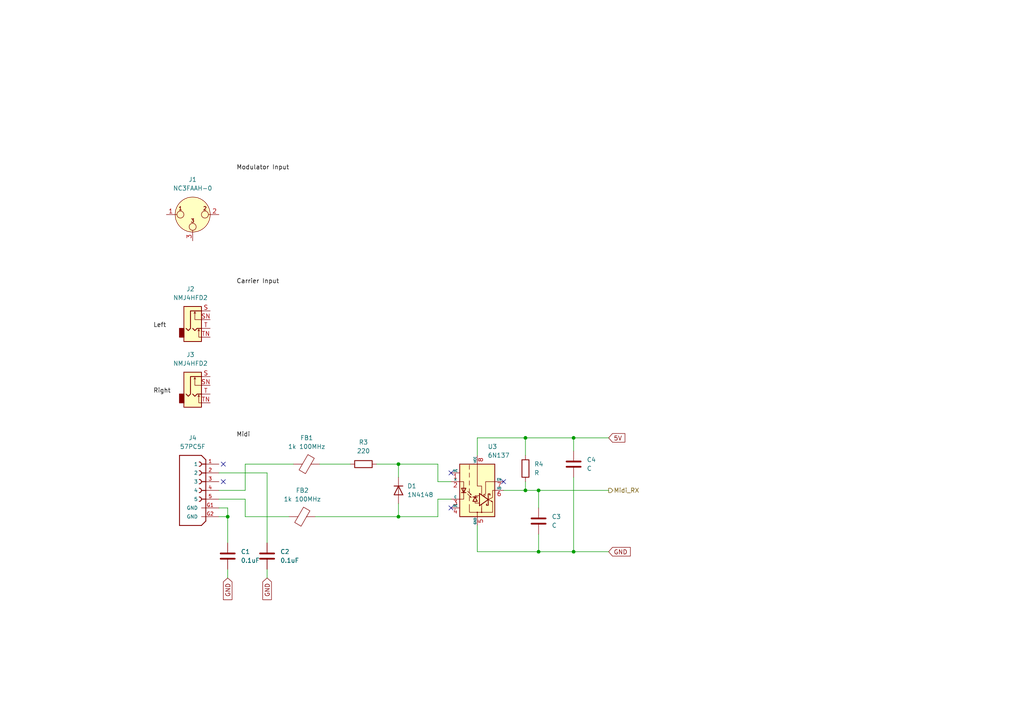
<source format=kicad_sch>
(kicad_sch (version 20250114) (generator "eeschema") (generator_version "9.0")
  (paper "A4")
  (title_block (date "2025-04-03") (rev "0.1") (company "Sounds Like Tim"))
  (lib_symbols
    (symbol "Connector_Audio:NC3FAAH-0" (pin_names (hide yes))
      (property "Reference" "J" (at 0 8.89 0))
      (property "Value" "NC3FAAH-0" (at 0 6.35 0))
      (symbol "NC3FAAH-0_0_1"
        (polyline (pts (xy -5.08 0) (xy -4.572 0)))
        (circle (center -3.556 0) (radius 1.016))
        (circle (center 0 0) (radius 5.08) (fill (type background)))
        (circle (center 0 -3.556) (radius 1.016))
        (polyline (pts (xy 0 -5.08) (xy 0 -4.572)))
        (circle (center 3.556 0) (radius 1.016))
        (polyline (pts (xy 5.08 0) (xy 4.572 0)))
        (text "1" (at -3.556 1.778 0) (effects (font (size 1.016 1.016) (bold yes))))
        (text "3" (at 0 -1.778 0) (effects (font (size 1.016 1.016) (bold yes))))
        (text "2" (at 3.556 1.778 0) (effects (font (size 1.016 1.016) (bold yes))))
        (pin passive line (at -7.62 0 0) (length 2.54) (name "~") (number "1"))
        (pin passive line (at 0 -7.62 90) (length 2.54) (name "~") (number "3"))
        (pin passive line (at 7.62 0 180) (length 2.54) (name "~") (number "2"))
      )
    )
    (symbol "Connector_Audio:NMJ4HFD2"
      (property "Reference" "J" (at 0 11.43 0))
      (property "Value" "NMJ4HFD2" (at 0 8.89 0))
      (symbol "NMJ4HFD2_0_1"
        (rectangle (start -2.54 0) (end -3.81 -2.54) (stroke (width 0.254)) (fill (type outline)))
        (rectangle (start 2.54 6.35) (end -2.54 -3.81) (stroke (width 0.254)) (fill (type background)))
      )
      (symbol "NMJ4HFD2_1_1"
        (polyline (pts (xy 0 0) (xy 0.635 -0.635) (xy 1.27 0) (xy 2.54 0)) (stroke (width 0.254)))
        (polyline (pts (xy 0.635 4.826) (xy 0.889 4.318)))
        (polyline (pts (xy 1.778 -0.254) (xy 2.032 -0.762)))
        (polyline (pts (xy 2.54 5.08) (xy -0.635 5.08) (xy -0.635 0) (xy -1.27 -0.635) (xy -1.905 0)) (stroke (width 0.254)))
        (polyline (pts (xy 2.54 2.54) (xy 0.635 2.54) (xy 0.635 4.826) (xy 0.381 4.318)))
        (polyline (pts (xy 2.54 -2.54) (xy 1.778 -2.54) (xy 1.778 -0.254) (xy 1.524 -0.762)))
        (pin passive line (at 5.08 5.08 180) (length 2.54) (name "~") (number "S"))
        (pin passive line (at 5.08 2.54 180) (length 2.54) (name "~") (number "SN"))
        (pin passive line (at 5.08 0 180) (length 2.54) (name "~") (number "T"))
        (pin passive line (at 5.08 -2.54 180) (length 2.54) (name "~") (number "TN"))
      )
    )
    (symbol "Device:C" (pin_numbers (hide yes)) (pin_names (offset 0.254))
      (property "Reference" "C" (at 0.635 2.54 0))
      (property "Value" "C" (at 0.635 -2.54 0))
      (symbol "C_0_1"
        (polyline (pts (xy -2.032 0.762) (xy 2.032 0.762)) (stroke (width 0.508)))
        (polyline (pts (xy -2.032 -0.762) (xy 2.032 -0.762)) (stroke (width 0.508)))
      )
      (symbol "C_1_1"
        (pin passive line (at 0 3.81 270) (length 2.794) (name "~") (number "1"))
        (pin passive line (at 0 -3.81 90) (length 2.794) (name "~") (number "2"))
      )
    )
    (symbol "Device:FerriteBead" (pin_numbers (hide yes)) (pin_names (offset 0))
      (property "Reference" "FB" (at -3.81 0.635 90))
      (property "Value" "FerriteBead" (at 3.81 0 90))
      (symbol "FerriteBead_0_1"
        (polyline (pts (xy -2.7686 0.4064) (xy -1.7018 2.2606) (xy 2.7686 -0.3048) (xy 1.6764 -2.159) (xy -2.7686 0.4064)))
        (polyline (pts (xy 0 1.27) (xy 0 1.2954)))
        (polyline (pts (xy 0 -1.27) (xy 0 -1.2192)))
      )
      (symbol "FerriteBead_1_1"
        (pin passive line (at 0 3.81 270) (length 2.54) (name "~") (number "1"))
        (pin passive line (at 0 -3.81 90) (length 2.54) (name "~") (number "2"))
      )
    )
    (symbol "Device:R" (pin_numbers (hide yes)) (pin_names (offset 0))
      (property "Reference" "R" (at 2.032 0 90))
      (property "Value" "R" (at 0 0 90))
      (symbol "R_0_1"
        (rectangle (start -1.016 -2.54) (end 1.016 2.54) (stroke (width 0.254)))
      )
      (symbol "R_1_1"
        (pin passive line (at 0 3.81 270) (length 1.27) (name "~") (number "1"))
        (pin passive line (at 0 -3.81 90) (length 1.27) (name "~") (number "2"))
      )
    )
    (symbol "Diode:1N4148" (pin_numbers (hide yes)) (pin_names (hide yes))
      (property "Reference" "D" (at 0 2.54 0))
      (property "Value" "1N4148" (at 0 -2.54 0))
      (symbol "1N4148_0_1"
        (polyline (pts (xy -1.27 1.27) (xy -1.27 -1.27)) (stroke (width 0.254)))
        (polyline (pts (xy 1.27 1.27) (xy 1.27 -1.27) (xy -1.27 0) (xy 1.27 1.27)) (stroke (width 0.254)))
        (polyline (pts (xy 1.27 0) (xy -1.27 0)))
      )
      (symbol "1N4148_1_1"
        (pin passive line (at -3.81 0 0) (length 2.54) (name "K") (number "1"))
        (pin passive line (at 3.81 0 180) (length 2.54) (name "A") (number "2"))
      )
    )
    (symbol "Isolator:6N137" (pin_names (offset 0))
      (property "Reference" "U" (at -4.064 8.89 0))
      (property "Value" "6N137" (at 0 -8.89 0))
      (symbol "6N137_0_1"
        (polyline (pts (xy -5.08 -2.54) (xy -3.937 -2.54) (xy -3.937 2.54) (xy -5.08 2.54)))
        (polyline (pts (xy -2.794 -0.254) (xy -1.717 -1.331) (xy -2.076 -1.152) (xy -1.896 -0.972) (xy -1.717 -1.331)))
        (polyline (pts (xy -2.794 -1.016) (xy -1.717 -2.093) (xy -2.076 -1.914) (xy -1.896 -1.734) (xy -1.717 -2.093)))
        (polyline (pts (xy 0 -6.35) (xy -2.286 -6.35) (xy -2.286 -4.064)))
        (polyline (pts (xy 1.27 -5.08) (xy 1.27 -6.35) (xy 0 -6.35) (xy 0 -7.62)))
        (polyline (pts (xy 3.175 -2.667) (xy 0.635 -4.445) (xy 0.635 -0.889) (xy 3.175 -2.667)) (stroke (width 0.254)))
      )
      (symbol "6N137_1_1"
        (rectangle (start -5.08 7.62) (end 5.08 -7.62) (stroke (width 0.254)) (fill (type background)))
        (polyline (pts (xy -4.572 -0.635) (xy -3.302 -0.635)) (stroke (width 0.254)))
        (polyline (pts (xy -3.937 -0.635) (xy -4.572 0.635) (xy -3.302 0.635) (xy -3.937 -0.635)) (stroke (width 0.254)))
        (polyline (pts (xy -2.286 7.366) (xy -2.286 6.096)))
        (polyline (pts (xy -2.286 5.08) (xy -2.286 3.81)))
        (polyline (pts (xy -2.286 2.794) (xy -2.286 1.524)))
        (polyline (pts (xy -2.286 0.508) (xy -2.286 -0.762)))
        (polyline (pts (xy -2.286 -1.778) (xy -2.286 -3.048)))
        (polyline (pts (xy -1.27 -1.905) (xy 0 -1.905)) (stroke (width 0.254)))
        (polyline (pts (xy -0.635 -1.905) (xy -0.635 -1.524) (xy 0.508 -1.524)))
        (polyline (pts (xy -0.635 -1.905) (xy -1.27 -3.175) (xy 0 -3.175) (xy -0.635 -1.905)) (stroke (width 0.254)))
        (polyline (pts (xy -0.635 -3.302) (xy -0.635 -3.683) (xy 0.635 -3.683)))
        (circle (center 0 -6.35) (radius 0.127) (fill (type outline)))
        (polyline (pts (xy 1.27 -1.27) (xy 1.27 1.27) (xy 0 1.27) (xy 0 7.62)))
        (polyline (pts (xy 1.27 -4.064) (xy 1.27 -6.35) (xy 4.445 -6.35)))
        (circle (center 1.27 -6.35) (radius 0.127) (fill (type outline)))
        (circle (center 2.032 -1.397) (radius 0.254))
        (polyline (pts (xy 2.1844 -1.1684) (xy 2.413 -0.889) (xy 2.413 2.54) (xy 5.08 2.54)))
        (polyline (pts (xy 3.175 -2.667) (xy 4.445 -3.302) (xy 4.445 -6.35)))
        (polyline (pts (xy 3.175 -2.667) (xy 3.175 -1.016) (xy 3.683 -1.016) (xy 3.683 -1.397)) (stroke (width 0.254)))
        (polyline (pts (xy 3.175 -2.667) (xy 3.175 -4.318) (xy 2.667 -4.318) (xy 2.667 -3.937)) (stroke (width 0.254)))
        (polyline (pts (xy 3.175 -2.667) (xy 4.445 -2.032) (xy 4.445 0) (xy 5.08 0)))
        (polyline (pts (xy 4.445 -3.302) (xy 4.161 -3.018) (xy 4.047 -3.246) (xy 4.445 -3.302)) (stroke (width 0.127)) (fill (type outline)))
        (pin passive line (at -7.62 5.08 0) (length 2.54) (name "NC") (number "1"))
        (pin passive line (at -7.62 2.54 0) (length 2.54) (name "A") (number "2"))
        (pin passive line (at -7.62 -2.54 0) (length 2.54) (name "C") (number "3"))
        (pin passive line (at -7.62 -5.08 0) (length 2.54) (name "NC") (number "4"))
        (pin power_in line (at 0 10.16 270) (length 2.54) (name "VCC") (number "8"))
        (pin power_in line (at 0 -10.16 90) (length 2.54) (name "GND") (number "5"))
        (pin input line (at 7.62 2.54 180) (length 2.54) (name "EN") (number "7"))
        (pin open_collector line (at 7.62 0 180) (length 2.54) (name "VO") (number "6"))
      )
    )
    (symbol "Midi_connector:57PC5F" (pin_names (offset 1.016))
      (property "Reference" "J4" (at -3.81 15.24 0))
      (property "Value" "57PC5F" (at -3.81 12.7 0))
      (symbol "57PC5F_0_0"
        (polyline (pts (xy -7.62 10.16) (xy -1.27 10.16)) (stroke (width 0.254)))
        (polyline (pts (xy -7.62 -10.16) (xy -7.62 10.16)) (stroke (width 0.254)))
        (arc (start -1.905 8.255) (mid -1.2727 7.62) (end -1.905 6.985) (stroke (width 0.254)))
        (arc (start -1.905 5.715) (mid -1.2727 5.08) (end -1.905 4.445) (stroke (width 0.254)))
        (arc (start -1.905 3.175) (mid -1.2727 2.54) (end -1.905 1.905) (stroke (width 0.254)))
        (arc (start -1.905 0.635) (mid -1.2727 0) (end -1.905 -0.635) (stroke (width 0.254)))
        (arc (start -1.905 -1.905) (mid -1.2727 -2.54) (end -1.905 -3.175) (stroke (width 0.254)))
        (polyline (pts (xy -1.27 -10.16) (xy -7.62 -10.16)) (stroke (width 0.254)))
        (polyline (pts (xy 0 8.89) (xy -1.27 10.16)) (stroke (width 0.254)))
        (polyline (pts (xy 0 8.89) (xy 0 7.62)) (stroke (width 0.254)))
        (polyline (pts (xy 0 7.62) (xy -1.27 7.62)) (stroke (width 0.254)))
        (polyline (pts (xy 0 7.62) (xy 0 -8.89)) (stroke (width 0.254)))
        (polyline (pts (xy 0 5.08) (xy -1.27 5.08)) (stroke (width 0.254)))
        (polyline (pts (xy 0 2.54) (xy -1.27 2.54)) (stroke (width 0.254)))
        (polyline (pts (xy 0 0) (xy -1.27 0)) (stroke (width 0.254)))
        (polyline (pts (xy 0 -2.54) (xy -1.27 -2.54)) (stroke (width 0.254)))
        (polyline (pts (xy 0 -8.89) (xy -1.27 -10.16)) (stroke (width 0.254)))
        (pin passive line (at 3.81 7.62 180) (length 5.08) (name "1") (number "1"))
        (pin passive line (at 3.81 5.08 180) (length 5.08) (name "2") (number "2"))
        (pin passive line (at 3.81 2.54 180) (length 5.08) (name "3") (number "3"))
        (pin passive line (at 3.81 0 180) (length 5.08) (name "4") (number "4"))
        (pin passive line (at 3.81 -2.54 180) (length 5.08) (name "5") (number "5"))
        (pin power_in line (at 3.81 -5.08 180) (length 5.08) (name "GND") (number "G1"))
        (pin power_in line (at 3.81 -7.62 180) (length 5.08) (name "GND") (number "G2"))
      )
    )
  )
  (junction (at 166.37 160.02))
  (junction (at 166.37 127))
  (junction (at 66.04 149.86))
  (junction (at 115.57 134.62))
  (junction (at 152.4 127))
  (junction (at 115.57 149.86))
  (junction (at 152.4 142.24))
  (junction (at 156.21 142.24))
  (junction (at 156.21 160.02))
  (no_connect (at 64.77 139.7))
  (no_connect (at 146.05 139.7))
  (no_connect (at 64.77 134.62))
  (no_connect (at 130.81 137.16))
  (no_connect (at 130.81 147.32))
  (wire (pts (xy 127 149.86) (xy 127 144.78)))
  (wire (pts (xy 115.57 149.86) (xy 127 149.86)))
  (wire (pts (xy 156.21 160.02) (xy 138.43 160.02)))
  (wire (pts (xy 166.37 160.02) (xy 156.21 160.02)))
  (wire (pts (xy 166.37 127) (xy 176.53 127)))
  (wire (pts (xy 63.5 149.86) (xy 66.04 149.86)))
  (wire (pts (xy 152.4 127) (xy 166.37 127)))
  (wire (pts (xy 63.5 144.78) (xy 71.12 144.78)))
  (wire (pts (xy 71.12 144.78) (xy 71.12 149.86)))
  (wire (pts (xy 156.21 142.24) (xy 176.53 142.24)))
  (wire (pts (xy 71.12 142.24) (xy 71.12 134.62)))
  (wire (pts (xy 115.57 149.86) (xy 91.44 149.86)))
  (wire (pts (xy 138.43 160.02) (xy 138.43 152.4)))
  (wire (pts (xy 115.57 134.62) (xy 115.57 138.43)))
  (wire (pts (xy 156.21 142.24) (xy 156.21 147.32)))
  (wire (pts (xy 127 139.7) (xy 130.81 139.7)))
  (wire (pts (xy 77.47 165.1) (xy 77.47 167.64)))
  (wire (pts (xy 138.43 127) (xy 152.4 127)))
  (wire (pts (xy 63.5 147.32) (xy 66.04 147.32)))
  (wire (pts (xy 66.04 165.1) (xy 66.04 167.64)))
  (wire (pts (xy 71.12 149.86) (xy 83.82 149.86)))
  (wire (pts (xy 156.21 154.94) (xy 156.21 160.02)))
  (wire (pts (xy 63.5 142.24) (xy 71.12 142.24)))
  (wire (pts (xy 115.57 134.62) (xy 127 134.62)))
  (wire (pts (xy 127 144.78) (xy 130.81 144.78)))
  (wire (pts (xy 109.22 134.62) (xy 115.57 134.62)))
  (wire (pts (xy 138.43 127) (xy 138.43 132.08)))
  (wire (pts (xy 146.05 142.24) (xy 152.4 142.24)))
  (wire (pts (xy 77.47 137.16) (xy 77.47 157.48)))
  (wire (pts (xy 152.4 139.7) (xy 152.4 142.24)))
  (wire (pts (xy 92.71 134.62) (xy 101.6 134.62)))
  (wire (pts (xy 166.37 138.43) (xy 166.37 160.02)))
  (wire (pts (xy 71.12 134.62) (xy 85.09 134.62)))
  (wire (pts (xy 63.5 137.16) (xy 77.47 137.16)))
  (wire (pts (xy 152.4 142.24) (xy 156.21 142.24)))
  (wire (pts (xy 166.37 127) (xy 166.37 130.81)))
  (wire (pts (xy 115.57 146.05) (xy 115.57 149.86)))
  (wire (pts (xy 152.4 127) (xy 152.4 132.08)))
  (wire (pts (xy 127 134.62) (xy 127 139.7)))
  (wire (pts (xy 66.04 147.32) (xy 66.04 149.86)))
  (wire (pts (xy 66.04 149.86) (xy 66.04 157.48)))
  (wire (pts (xy 176.53 160.02) (xy 166.37 160.02)))
  (label "Right" (at 44.45 114.3 0))
  (label "Carrier Input" (at 68.58 82.55 0))
  (label "Modulator Input" (at 68.58 49.53 0))
  (label "Midi" (at 68.58 127 0))
  (label "Left" (at 44.45 95.25 0))
  (global_label "GND" (shape input) (at 77.47 167.64 270) (property "Intersheetrefs" "${INTERSHEET_REFS}" (effects (hide yes))))
  (global_label "5V" (shape input) (at 176.53 127 0) (property "Intersheetrefs" "${INTERSHEET_REFS}" (effects (hide yes))))
  (global_label "GND" (shape input) (at 176.53 160.02 0) (property "Intersheetrefs" "${INTERSHEET_REFS}" (effects (hide yes))))
  (global_label "GND" (shape input) (at 66.04 167.64 270) (property "Intersheetrefs" "${INTERSHEET_REFS}" (effects (hide yes))))
  (hierarchical_label "Midi_RX" (shape output) (at 176.53 142.24 0))
  (symbol (lib_id "Midi_connector:57PC5F") (at 59.69 142.24 0) (unit 1)
    (property "Reference" "J4" (at 55.88 127 0))
    (property "Value" "57PC5F" (at 55.88 129.54 0))
    (property "Footprint" "Midi_Connector:SWITCHCRAFT_57PC5F" (effects (hide yes)))
    (property "MF" "Switchcraft Inc." (effects (hide yes)))
    (property "MAXIMUM_PACKAGE_HEIGHT" "21mm" (effects (hide yes)))
    (property "Package" "None" (effects (hide yes)))
    (property "Price" "None" (effects (hide yes)))
    (property "Check_prices" "https://www.snapeda.com/parts/57PC5F/SWITCHCRAFT/view-part/?ref=eda" (effects (hide yes)))
    (property "STANDARD" "a" (effects (hide yes)))
    (property "PARTREV" "D" (effects (hide yes)))
    (property "SnapEDA_Link" "https://www.snapeda.com/parts/57PC5F/SWITCHCRAFT/view-part/?ref=snap" (effects (hide yes)))
    (property "MP" "57PC5F" (effects (hide yes)))
    (property "Description_1" "\n                        \n                            DIN Receptacle Receptacle 5 Female PCB Mount | Switchcraft 57PC5F\n                        \n" (effects (hide yes)))
    (property "Availability" "In Stock" (effects (hide yes)))
    (property "MANUFACTURER" "Switchcraft" (effects (hide yes)))
  )
  (symbol (lib_id "Diode:1N4148") (at 115.57 142.24 270) (unit 1)
    (property "Reference" "D1" (at 118.11 140.9699 90) (effects (justify left)))
    (property "Value" "1N4148" (at 118.11 143.5099 90) (effects (justify left)))
    (property "Footprint" "Diode_THT:D_DO-35_SOD27_P7.62mm_Horizontal" (effects (hide yes)))
    (property "Datasheet" "https://assets.nexperia.com/documents/data-sheet/1N4148_1N4448.pdf" (effects (hide yes)))
    (property "Description" "100V 0.15A standard switching diode, DO-35" (effects (hide yes)))
    (property "Sim.Device" "D" (effects (hide yes)))
    (property "Sim.Pins" "1=K 2=A" (effects (hide yes)))
  )
  (symbol (lib_id "Connector_Audio:NMJ4HFD2") (at 55.88 114.3 0) (unit 1)
    (property "Reference" "J3" (at 55.245 102.87 0))
    (property "Value" "NMJ4HFD2" (at 55.245 105.41 0))
    (property "Footprint" "Connector_Audio:Jack_6.35mm_Neutrik_NMJ4HFD2_Horizontal" (effects (hide yes)))
    (property "Datasheet" "https://www.neutrik.com/en/product/nmj4hfd2" (effects (hide yes)))
    (property "Description" "M Series, 6.35mm (1/4in) mono jack, switched, with full threaded nose and straight PCB pins" (effects (hide yes)))
  )
  (symbol (lib_id "Connector_Audio:NMJ4HFD2") (at 55.88 95.25 0) (unit 1)
    (property "Reference" "J2" (at 55.245 83.82 0))
    (property "Value" "NMJ4HFD2" (at 55.245 86.36 0))
    (property "Footprint" "Connector_Audio:Jack_6.35mm_Neutrik_NMJ4HFD2_Horizontal" (effects (hide yes)))
    (property "Datasheet" "https://www.neutrik.com/en/product/nmj4hfd2" (effects (hide yes)))
    (property "Description" "M Series, 6.35mm (1/4in) mono jack, switched, with full threaded nose and straight PCB pins" (effects (hide yes)))
  )
  (symbol (lib_id "Device:R") (at 152.4 135.89 180) (unit 1)
    (property "Reference" "R4" (at 154.94 134.6199 0) (effects (justify right)))
    (property "Value" "R" (at 154.94 137.1599 0) (effects (justify right)))
    (property "Description" "Resistor" (effects (hide yes)))
  )
  (symbol (lib_id "Device:FerriteBead") (at 87.63 149.86 270) (unit 1)
    (property "Reference" "FB2" (at 87.6808 142.24 90))
    (property "Value" "1k 100MHz" (at 87.6808 144.78 90))
    (property "Description" "Ferrite bead" (effects (hide yes)))
  )
  (symbol (lib_id "Isolator:6N137") (at 138.43 142.24 0) (unit 1)
    (property "Reference" "U3" (at 141.4465 129.54 0) (effects (justify left)))
    (property "Value" "6N137" (at 141.4465 132.08 0) (effects (justify left)))
    (property "Footprint" "Package_DIP:DIP-8_W7.62mm" (effects (hide yes)))
    (property "Datasheet" "https://docs.broadcom.com/docs/AV02-0940EN" (effects (hide yes)))
    (property "Description" "Single High Speed LSTTL/TTL Compatible Optocoupler with enable, dV/dt 1000/us, VCM 10, max 7V VCC, DIP-8" (effects (hide yes)))
  )
  (symbol (lib_id "Device:C") (at 166.37 134.62 0) (unit 1)
    (property "Reference" "C4" (at 170.18 133.3499 0) (effects (justify left)))
    (property "Value" "C" (at 170.18 135.8899 0) (effects (justify left)))
    (property "Description" "Unpolarized capacitor" (effects (hide yes)))
  )
  (symbol (lib_id "Connector_Audio:NC3FAAH-0") (at 55.88 62.23 0) (unit 1)
    (property "Reference" "J1" (at 55.88 52.07 0))
    (property "Value" "NC3FAAH-0" (at 55.88 54.61 0))
    (property "Footprint" "Connector_Audio:Jack_XLR_Neutrik_NC3FAAH-0_Horizontal" (effects (hide yes)))
    (property "Datasheet" "https://www.neutrik.com/en/product/nc3faah-0" (effects (hide yes)))
    (property "Description" "AA Series, 3 pole female XLR receptacle, grounding: without ground/shell contact, horizontal PCB mount, retention spring instead of latch" (effects (hide yes)))
  )
  (symbol (lib_id "Device:C") (at 156.21 151.13 0) (unit 1)
    (property "Reference" "C3" (at 160.02 149.8599 0) (effects (justify left)))
    (property "Value" "C" (at 160.02 152.3999 0) (effects (justify left)))
    (property "Description" "Unpolarized capacitor" (effects (hide yes)))
  )
  (symbol (lib_id "Device:C") (at 66.04 161.29 0) (unit 1)
    (property "Reference" "C1" (at 69.85 160.0199 0) (effects (justify left)))
    (property "Value" "0.1uF" (at 69.85 162.5599 0) (effects (justify left)))
    (property "Description" "Unpolarized capacitor" (effects (hide yes)))
  )
  (symbol (lib_id "Device:R") (at 105.41 134.62 90) (unit 1)
    (property "Reference" "R3" (at 105.41 128.27 90))
    (property "Value" "220" (at 105.41 130.81 90))
    (property "Description" "Resistor" (effects (hide yes)))
  )
  (symbol (lib_id "Device:FerriteBead") (at 88.9 134.62 270) (unit 1)
    (property "Reference" "FB1" (at 88.9508 127 90))
    (property "Value" "1k 100MHz" (at 88.9508 129.54 90))
    (property "Description" "Ferrite bead" (effects (hide yes)))
  )
  (symbol (lib_id "Device:C") (at 77.47 161.29 0) (unit 1)
    (property "Reference" "C2" (at 81.28 160.0199 0) (effects (justify left)))
    (property "Value" "0.1uF" (at 81.28 162.5599 0) (effects (justify left)))
    (property "Description" "Unpolarized capacitor" (effects (hide yes)))
  )
)
</source>
